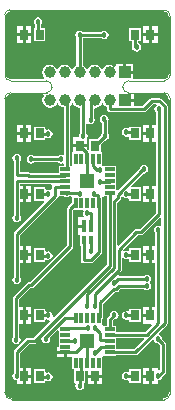
<source format=gbl>
G04 Layer_Physical_Order=2*
G04 Layer_Color=16711680*
%FSLAX24Y24*%
%MOIN*%
G70*
G01*
G75*
%ADD13C,0.0100*%
%ADD14C,0.0039*%
%ADD15C,0.0394*%
%ADD16R,0.0394X0.0394*%
%ADD17C,0.0180*%
%ADD18R,0.0500X0.0500*%
%ADD19R,0.0120X0.0340*%
%ADD20R,0.0340X0.0120*%
%ADD21R,0.0276X0.0354*%
%ADD22R,0.0150X0.0402*%
%ADD23R,0.0150X0.0299*%
G36*
X5268Y12975D02*
X5273Y12958D01*
X5276Y12956D01*
X5277Y12954D01*
X5294Y12947D01*
X5310Y12938D01*
X5340Y12935D01*
X5394Y12913D01*
X5433Y12874D01*
X5455Y12820D01*
X5458Y12790D01*
X5467Y12774D01*
X5474Y12757D01*
X5476Y12756D01*
X5477Y12753D01*
X5495Y12748D01*
X5512Y12741D01*
Y10881D01*
X5495Y10874D01*
X5477Y10869D01*
X5476Y10866D01*
X5474Y10865D01*
X5467Y10848D01*
X5458Y10832D01*
X5455Y10802D01*
X5433Y10748D01*
X5394Y10709D01*
X5340Y10687D01*
X5312Y10684D01*
X4289D01*
Y10856D01*
X3992D01*
Y10906D01*
X3942D01*
Y11202D01*
X3695D01*
Y11127D01*
X3645Y11100D01*
X3588Y11138D01*
X3492Y11157D01*
X3396Y11138D01*
X3314Y11083D01*
X3270Y11017D01*
X3266Y11016D01*
X3218D01*
X3214Y11017D01*
X3170Y11083D01*
X3088Y11138D01*
X2992Y11157D01*
X2896Y11138D01*
X2814Y11083D01*
X2770Y11017D01*
X2766Y11016D01*
X2718D01*
X2714Y11017D01*
X2670Y11083D01*
X2594Y11134D01*
Y12063D01*
X3218D01*
X3262Y12033D01*
X3317Y12023D01*
X3372Y12033D01*
X3418Y12064D01*
X3449Y12111D01*
X3460Y12165D01*
X3449Y12220D01*
X3418Y12266D01*
X3372Y12297D01*
X3317Y12308D01*
X3262Y12297D01*
X3218Y12267D01*
X2592D01*
X2547Y12297D01*
X2492Y12308D01*
X2438Y12297D01*
X2391Y12266D01*
X2360Y12220D01*
X2349Y12165D01*
X2360Y12111D01*
X2390Y12066D01*
Y11134D01*
X2314Y11083D01*
X2270Y11017D01*
X2266Y11016D01*
X2218D01*
X2214Y11017D01*
X2170Y11083D01*
X2088Y11138D01*
X1992Y11157D01*
X1896Y11138D01*
X1814Y11083D01*
X1770Y11017D01*
X1766Y11016D01*
X1718D01*
X1714Y11017D01*
X1670Y11083D01*
X1588Y11138D01*
X1492Y11157D01*
X1396Y11138D01*
X1314Y11083D01*
X1260Y11002D01*
X1240Y10906D01*
X1260Y10809D01*
X1310Y10734D01*
X1296Y10684D01*
X200D01*
X172Y10687D01*
X118Y10709D01*
X79Y10748D01*
X57Y10802D01*
X54Y10832D01*
X45Y10848D01*
X38Y10865D01*
X36Y10866D01*
X34Y10869D01*
X17Y10874D01*
X0Y10881D01*
Y12781D01*
X17Y12788D01*
X34Y12793D01*
X36Y12795D01*
X38Y12796D01*
X45Y12813D01*
X54Y12829D01*
X56Y12852D01*
X72Y12891D01*
X101Y12920D01*
X140Y12936D01*
X163Y12938D01*
X179Y12947D01*
X196Y12954D01*
X197Y12956D01*
X199Y12958D01*
X205Y12975D01*
X212Y12992D01*
X5261D01*
X5268Y12975D01*
D02*
G37*
G36*
X4651Y2020D02*
X4311Y1680D01*
X3716D01*
Y2066D01*
X4632D01*
X4651Y2020D01*
D02*
G37*
G36*
X5340Y10179D02*
X5394Y10157D01*
X5433Y10118D01*
X5455Y10064D01*
X5458Y10034D01*
X5467Y10018D01*
X5474Y10001D01*
X5476Y10000D01*
X5477Y9998D01*
X5495Y9992D01*
X5512Y9985D01*
Y251D01*
X5495Y244D01*
X5477Y239D01*
X5476Y236D01*
X5474Y235D01*
X5467Y218D01*
X5458Y202D01*
X5455Y172D01*
X5433Y118D01*
X5394Y79D01*
X5340Y57D01*
X5310Y54D01*
X5294Y45D01*
X5277Y38D01*
X5276Y36D01*
X5273Y34D01*
X5268Y17D01*
X5261Y0D01*
X251D01*
X244Y17D01*
X239Y34D01*
X236Y36D01*
X235Y38D01*
X218Y45D01*
X202Y54D01*
X172Y57D01*
X118Y79D01*
X79Y118D01*
X57Y172D01*
X54Y202D01*
X45Y218D01*
X38Y235D01*
X36Y236D01*
X34Y239D01*
X17Y244D01*
X0Y251D01*
Y9985D01*
X17Y9992D01*
X34Y9998D01*
X36Y10000D01*
X38Y10001D01*
X45Y10018D01*
X54Y10034D01*
X57Y10064D01*
X79Y10118D01*
X118Y10157D01*
X172Y10179D01*
X200Y10182D01*
X1283D01*
X1309Y10132D01*
X1273Y10078D01*
X1254Y9982D01*
X1273Y9886D01*
X1328Y9804D01*
X1410Y9749D01*
X1506Y9730D01*
X1602Y9749D01*
X1684Y9804D01*
X1728Y9870D01*
X1732Y9872D01*
X1780D01*
X1784Y9870D01*
X1828Y9804D01*
X1910Y9749D01*
X1968Y9738D01*
Y8167D01*
X1940Y8152D01*
X1918Y8145D01*
X1870Y8155D01*
X1815Y8144D01*
X1771Y8114D01*
X975D01*
X931Y8144D01*
X876Y8155D01*
X821Y8144D01*
X775Y8113D01*
X744Y8066D01*
X733Y8012D01*
X744Y7957D01*
X775Y7911D01*
X821Y7880D01*
X876Y7869D01*
X931Y7880D01*
X975Y7910D01*
X1771D01*
X1815Y7880D01*
X1870Y7869D01*
X1918Y7879D01*
X1940Y7872D01*
X1968Y7857D01*
Y7783D01*
X1796D01*
Y7569D01*
X833D01*
X820Y7578D01*
X781Y7585D01*
X496D01*
Y7952D01*
X526Y7997D01*
X536Y8051D01*
X526Y8106D01*
X495Y8152D01*
X448Y8183D01*
X394Y8194D01*
X339Y8183D01*
X293Y8152D01*
X262Y8106D01*
X251Y8051D01*
X262Y7997D01*
X292Y7952D01*
Y7483D01*
X300Y7444D01*
X322Y7411D01*
X322Y7356D01*
X300Y7322D01*
X292Y7283D01*
Y6153D01*
X262Y6108D01*
X251Y6053D01*
X262Y5999D01*
X293Y5953D01*
X339Y5922D01*
X394Y5911D01*
X448Y5922D01*
X495Y5953D01*
X526Y5999D01*
X536Y6053D01*
X526Y6108D01*
X496Y6153D01*
Y6575D01*
X600D01*
Y6852D01*
Y7129D01*
X496D01*
Y7182D01*
X1550D01*
X1577Y7132D01*
X1571Y7122D01*
X1563Y7083D01*
Y7008D01*
X1513Y6982D01*
X1511Y6983D01*
X1457Y6993D01*
X1402Y6983D01*
X1399Y6981D01*
X1349Y7007D01*
Y7079D01*
X974D01*
Y6625D01*
X1292D01*
X1313Y6575D01*
X322Y5584D01*
X300Y5551D01*
X292Y5512D01*
Y4095D01*
X262Y4051D01*
X251Y3996D01*
X262Y3941D01*
X293Y3895D01*
X339Y3864D01*
X394Y3853D01*
X448Y3864D01*
X495Y3895D01*
X526Y3941D01*
X536Y3996D01*
X526Y4051D01*
X496Y4095D01*
Y4553D01*
X600D01*
Y4830D01*
Y5108D01*
X496D01*
Y5470D01*
X1737Y6711D01*
X1759Y6744D01*
X1760Y6749D01*
X1796Y6783D01*
X1982D01*
X1987Y6778D01*
X2020Y6756D01*
X2059Y6748D01*
X2098Y6756D01*
X2131Y6778D01*
X2135Y6783D01*
X2214D01*
X2242Y6770D01*
X2256Y6742D01*
Y6578D01*
X2113Y6435D01*
X2091Y6402D01*
X2083Y6363D01*
Y5150D01*
X847Y3914D01*
X807D01*
X768Y3906D01*
X735Y3884D01*
X312Y3461D01*
X290Y3428D01*
X282Y3389D01*
Y2097D01*
X252Y2053D01*
X241Y1998D01*
X252Y1943D01*
X283Y1897D01*
X329Y1866D01*
X384Y1855D01*
X438Y1866D01*
X485Y1897D01*
X516Y1943D01*
X527Y1998D01*
X516Y2053D01*
X486Y2097D01*
Y2532D01*
X600D01*
Y2809D01*
Y3086D01*
X486D01*
Y3347D01*
X849Y3710D01*
X889D01*
X928Y3718D01*
X961Y3740D01*
X2257Y5036D01*
X2279Y5069D01*
X2287Y5108D01*
Y6320D01*
X2290Y6323D01*
X2603D01*
X2630Y6273D01*
X2624Y6265D01*
X2613Y6211D01*
X2624Y6156D01*
X2644Y6126D01*
X2622Y6076D01*
X2622Y6076D01*
X2455D01*
Y5826D01*
X2630D01*
Y5726D01*
X2455D01*
Y5475D01*
X2505D01*
Y5127D01*
X2528D01*
Y4657D01*
X2536Y4618D01*
X2558Y4585D01*
X2591Y4563D01*
X2630Y4556D01*
X2866D01*
X2905Y4563D01*
X2938Y4585D01*
X3218Y4865D01*
X3240Y4898D01*
X3248Y4937D01*
Y6323D01*
X3256D01*
Y6742D01*
X3269Y6770D01*
X3298Y6783D01*
X3394D01*
Y4503D01*
X1639Y2748D01*
X1593Y2772D01*
X1600Y2805D01*
X1589Y2860D01*
X1558Y2906D01*
X1511Y2937D01*
X1457Y2948D01*
X1402Y2937D01*
X1399Y2935D01*
X1349Y2962D01*
Y3036D01*
X974D01*
Y2582D01*
X1349D01*
Y2649D01*
X1399Y2675D01*
X1402Y2673D01*
X1457Y2663D01*
X1490Y2669D01*
X1514Y2623D01*
X962Y2070D01*
X778D01*
X739Y2063D01*
X705Y2041D01*
X322Y1657D01*
X300Y1624D01*
X292Y1585D01*
Y887D01*
X262Y842D01*
X251Y787D01*
X262Y733D01*
X293Y686D01*
X339Y656D01*
X394Y645D01*
X412Y630D01*
Y510D01*
X600D01*
Y787D01*
Y1065D01*
X496D01*
Y1542D01*
X820Y1867D01*
X1004D01*
X1043Y1874D01*
X1076Y1896D01*
X1186Y2007D01*
X1241Y1990D01*
X1246Y1963D01*
X1277Y1917D01*
X1323Y1886D01*
X1378Y1875D01*
X1433Y1886D01*
X1479Y1917D01*
X1510Y1963D01*
X1521Y2018D01*
X1510Y2072D01*
X1507Y2076D01*
X1750Y2319D01*
X1796Y2300D01*
Y1738D01*
X1746D01*
Y1628D01*
X2016D01*
Y1578D01*
X2066D01*
Y1418D01*
X2256D01*
Y1008D01*
X2312D01*
Y560D01*
X2343D01*
X2370Y510D01*
X2368Y507D01*
X2357Y453D01*
X2368Y398D01*
X2399Y352D01*
X2445Y321D01*
X2500Y310D01*
X2555Y321D01*
X2601Y352D01*
X2632Y398D01*
X2643Y453D01*
X2632Y507D01*
X2630Y510D01*
X2657Y560D01*
X2688D01*
Y958D01*
X2774D01*
Y837D01*
X3250D01*
Y1008D01*
X3256D01*
Y1426D01*
X3269Y1454D01*
X3298Y1468D01*
X3716D01*
Y1476D01*
X4353D01*
X4392Y1484D01*
X4425Y1506D01*
X4919Y1999D01*
X4973Y1982D01*
X4977Y1963D01*
X5008Y1917D01*
X5054Y1886D01*
X5107Y1875D01*
X5164Y1818D01*
Y1002D01*
X5143Y987D01*
X5093Y1012D01*
Y1065D01*
X4906D01*
Y787D01*
Y510D01*
X5093D01*
Y624D01*
X5118Y645D01*
X5173Y656D01*
X5219Y686D01*
X5250Y733D01*
X5260Y786D01*
X5338Y863D01*
X5360Y896D01*
X5368Y935D01*
Y1861D01*
X5360Y1900D01*
X5338Y1933D01*
X5251Y2020D01*
X5240Y2072D01*
X5209Y2119D01*
X5163Y2150D01*
X5144Y2154D01*
X5128Y2208D01*
X5397Y2477D01*
X5419Y2510D01*
X5427Y2549D01*
Y9783D01*
X5419Y9822D01*
X5397Y9856D01*
X5220Y10033D01*
X5187Y10055D01*
X5148Y10063D01*
X4902D01*
X4863Y10055D01*
X4829Y10033D01*
X4584Y9787D01*
X4303D01*
Y9932D01*
X4006D01*
Y10032D01*
X4303D01*
Y10182D01*
X5312D01*
X5340Y10179D01*
D02*
G37*
G36*
X3284Y9870D02*
X3328Y9804D01*
X3404Y9753D01*
Y9685D01*
X3412Y9646D01*
X3434Y9613D01*
X3467Y9591D01*
X3506Y9583D01*
X4626D01*
X4665Y9591D01*
X4698Y9613D01*
X4944Y9859D01*
X5046D01*
X5061Y9809D01*
X5027Y9786D01*
X4996Y9740D01*
X4985Y9685D01*
X4996Y9630D01*
X5026Y9586D01*
Y9151D01*
X4906D01*
Y8874D01*
Y8596D01*
X5026D01*
Y7129D01*
X4906D01*
Y6852D01*
Y6575D01*
X5026D01*
Y6217D01*
X4492Y5683D01*
X4390D01*
X4351Y5675D01*
X4318Y5653D01*
X3794Y5129D01*
X3748Y5148D01*
Y6571D01*
X3838Y6661D01*
X3860Y6694D01*
X3868Y6733D01*
Y6747D01*
X3889Y6764D01*
X3952Y6753D01*
X3954Y6750D01*
X4001Y6719D01*
X4055Y6708D01*
X4106Y6718D01*
X4118Y6717D01*
X4156Y6697D01*
Y6625D01*
X4532D01*
Y7079D01*
X4225D01*
X4205Y7125D01*
X4616Y7536D01*
X4634Y7533D01*
X4689Y7544D01*
X4735Y7575D01*
X4766Y7621D01*
X4777Y7676D01*
X4766Y7730D01*
X4735Y7776D01*
X4689Y7807D01*
X4634Y7818D01*
X4580Y7807D01*
X4533Y7776D01*
X4502Y7730D01*
X4497Y7706D01*
X3766Y6974D01*
X3716Y6995D01*
Y7373D01*
Y7783D01*
X3298D01*
X3269Y7797D01*
X3256Y7825D01*
Y8243D01*
X3200D01*
Y8507D01*
X3329Y8636D01*
X3381Y8647D01*
X3428Y8678D01*
X3459Y8724D01*
X3470Y8779D01*
X3459Y8833D01*
X3429Y8878D01*
Y9256D01*
X3449Y9286D01*
X3460Y9341D01*
X3449Y9395D01*
X3418Y9441D01*
X3372Y9472D01*
X3317Y9483D01*
X3262Y9472D01*
X3216Y9441D01*
X3185Y9395D01*
X3174Y9341D01*
X3185Y9286D01*
X3216Y9240D01*
X3225Y9234D01*
Y8878D01*
X3195Y8833D01*
X3184Y8781D01*
X3095Y8691D01*
X2824D01*
Y8355D01*
X2774Y8334D01*
X2738Y8370D01*
Y8414D01*
X2500D01*
X2262D01*
Y8243D01*
X2256D01*
Y7825D01*
X2242Y7797D01*
X2222Y7787D01*
X2172Y7806D01*
Y9796D01*
X2184Y9804D01*
X2228Y9870D01*
X2232Y9872D01*
X2280D01*
X2284Y9870D01*
X2328Y9804D01*
X2410Y9749D01*
X2506Y9730D01*
X2516Y9722D01*
Y8889D01*
X2486Y8844D01*
X2475Y8789D01*
X2477Y8780D01*
X2446Y8741D01*
X2262D01*
Y8514D01*
X2500D01*
X2738D01*
Y8717D01*
X2750Y8735D01*
X2761Y8789D01*
X2750Y8844D01*
X2720Y8889D01*
Y9190D01*
X2730Y9197D01*
X2770Y9212D01*
X2805Y9189D01*
X2859Y9178D01*
X2914Y9189D01*
X2960Y9220D01*
X2991Y9266D01*
X3002Y9321D01*
X2991Y9375D01*
X2961Y9420D01*
Y9700D01*
X3000Y9731D01*
X3006Y9730D01*
X3102Y9749D01*
X3184Y9804D01*
X3228Y9870D01*
X3232Y9872D01*
X3280D01*
X3284Y9870D01*
D02*
G37*
G36*
X5223Y6055D02*
Y5828D01*
X5173Y5801D01*
X5173Y5801D01*
X5118Y5812D01*
X5063Y5801D01*
X5017Y5770D01*
X4986Y5724D01*
X4975Y5669D01*
X4986Y5615D01*
X5016Y5570D01*
Y5108D01*
X4906D01*
Y4830D01*
Y4553D01*
X5016D01*
Y3083D01*
X4906D01*
Y2806D01*
X4856D01*
Y2756D01*
X4618D01*
Y2529D01*
X4878D01*
X4897Y2483D01*
X4685Y2270D01*
X3716D01*
Y2468D01*
X3598D01*
Y2617D01*
X3653Y2673D01*
X3706Y2683D01*
X3753Y2714D01*
X3783Y2760D01*
X3794Y2815D01*
X3783Y2870D01*
X3753Y2916D01*
X3706Y2947D01*
X3652Y2958D01*
X3597Y2947D01*
X3551Y2916D01*
X3520Y2870D01*
X3509Y2817D01*
X3424Y2731D01*
X3402Y2698D01*
X3394Y2659D01*
Y2468D01*
X3298D01*
X3269Y2481D01*
X3256Y2509D01*
Y2687D01*
X3276Y2717D01*
X3284Y2756D01*
Y3199D01*
X3681Y3596D01*
X3720D01*
X3759Y3604D01*
X3793Y3626D01*
X3854Y3688D01*
X4635D01*
X4680Y3658D01*
X4734Y3647D01*
X4789Y3658D01*
X4835Y3689D01*
X4866Y3735D01*
X4877Y3790D01*
X4866Y3844D01*
X4850Y3869D01*
X4839Y3905D01*
X4850Y3941D01*
X4866Y3966D01*
X4877Y4021D01*
X4866Y4075D01*
X4835Y4122D01*
X4789Y4153D01*
X4734Y4163D01*
X4680Y4153D01*
X4635Y4123D01*
X3797D01*
X3777Y4173D01*
X3868Y4264D01*
X3890Y4297D01*
X3898Y4336D01*
Y4727D01*
X3948Y4742D01*
X3954Y4732D01*
X4001Y4701D01*
X4055Y4690D01*
X4106Y4700D01*
X4112Y4700D01*
X4156Y4672D01*
Y4603D01*
X4532D01*
Y5058D01*
X4156D01*
Y4994D01*
X4112Y4966D01*
X4106Y4966D01*
X4055Y4976D01*
X4001Y4965D01*
X3965Y4941D01*
X3933Y4980D01*
X4432Y5479D01*
X4534D01*
X4573Y5487D01*
X4606Y5509D01*
X5173Y6075D01*
X5223Y6055D01*
D02*
G37*
%LPC*%
G36*
X4806Y12115D02*
X4618D01*
Y11888D01*
X4806D01*
Y12115D01*
D02*
G37*
G36*
X5093D02*
X4906D01*
Y11888D01*
X5093D01*
Y12115D01*
D02*
G37*
G36*
X887Y12115D02*
X700D01*
Y11888D01*
X887D01*
Y12115D01*
D02*
G37*
G36*
X4532Y12392D02*
X4156D01*
Y11938D01*
X4242D01*
Y11743D01*
X4250Y11704D01*
X4272Y11671D01*
X4286Y11661D01*
X4299Y11642D01*
X4345Y11611D01*
X4400Y11600D01*
X4454Y11611D01*
X4501Y11642D01*
X4532Y11688D01*
X4543Y11743D01*
X4532Y11797D01*
X4501Y11844D01*
X4454Y11875D01*
X4446Y11876D01*
Y11938D01*
X4532D01*
Y12392D01*
D02*
G37*
G36*
X600Y12115D02*
X412D01*
Y11888D01*
X600D01*
Y12115D01*
D02*
G37*
G36*
X4806Y12442D02*
X4618D01*
Y12215D01*
X4806D01*
Y12442D01*
D02*
G37*
G36*
X5093D02*
X4906D01*
Y12215D01*
X5093D01*
Y12442D01*
D02*
G37*
G36*
X887Y12442D02*
X700D01*
Y12215D01*
X887D01*
Y12442D01*
D02*
G37*
G36*
X1112Y12742D02*
X1058Y12731D01*
X1011Y12700D01*
X980Y12654D01*
X970Y12599D01*
X980Y12544D01*
X1010Y12500D01*
Y12392D01*
X974D01*
Y11938D01*
X1349D01*
Y12392D01*
X1214D01*
Y12500D01*
X1244Y12544D01*
X1255Y12599D01*
X1244Y12654D01*
X1213Y12700D01*
X1167Y12731D01*
X1112Y12742D01*
D02*
G37*
G36*
X600Y12442D02*
X412D01*
Y12215D01*
X600D01*
Y12442D01*
D02*
G37*
G36*
X4289Y11202D02*
X4042D01*
Y10956D01*
X4289D01*
Y11202D01*
D02*
G37*
G36*
X887Y4780D02*
X700D01*
Y4553D01*
X887D01*
Y4780D01*
D02*
G37*
G36*
Y3086D02*
X700D01*
Y2859D01*
X887D01*
Y3086D01*
D02*
G37*
G36*
Y6802D02*
X700D01*
Y6575D01*
X887D01*
Y6802D01*
D02*
G37*
G36*
Y5108D02*
X700D01*
Y4880D01*
X887D01*
Y5108D01*
D02*
G37*
G36*
X1349Y5058D02*
X974D01*
Y4603D01*
X1349D01*
Y4647D01*
X1399Y4673D01*
X1402Y4672D01*
X1457Y4661D01*
X1511Y4672D01*
X1558Y4702D01*
X1589Y4749D01*
X1600Y4803D01*
X1589Y4858D01*
X1558Y4904D01*
X1511Y4935D01*
X1457Y4946D01*
X1402Y4935D01*
X1399Y4933D01*
X1349Y4960D01*
Y5058D01*
D02*
G37*
G36*
X4806Y737D02*
X4618D01*
Y510D01*
X4806D01*
Y737D01*
D02*
G37*
G36*
X1349Y1015D02*
X974D01*
Y560D01*
X1349D01*
Y611D01*
X1399Y638D01*
X1402Y636D01*
X1457Y625D01*
X1511Y636D01*
X1558Y667D01*
X1589Y713D01*
X1600Y768D01*
X1589Y822D01*
X1558Y869D01*
X1511Y900D01*
X1457Y910D01*
X1402Y900D01*
X1399Y898D01*
X1349Y924D01*
Y1015D01*
D02*
G37*
G36*
X3250Y737D02*
X3062D01*
Y510D01*
X3250D01*
Y737D01*
D02*
G37*
G36*
X887D02*
X700D01*
Y510D01*
X887D01*
Y737D01*
D02*
G37*
G36*
X2962D02*
X2774D01*
Y510D01*
X2962D01*
Y737D01*
D02*
G37*
G36*
X1966Y1528D02*
X1746D01*
Y1418D01*
X1966D01*
Y1528D01*
D02*
G37*
G36*
X887Y2759D02*
X700D01*
Y2532D01*
X887D01*
Y2759D01*
D02*
G37*
G36*
X4532Y1015D02*
X4156D01*
Y949D01*
X4112Y921D01*
X4106Y920D01*
X4055Y930D01*
X4001Y919D01*
X3954Y888D01*
X3923Y842D01*
X3913Y787D01*
X3923Y733D01*
X3954Y686D01*
X4001Y656D01*
X4055Y645D01*
X4106Y655D01*
X4112Y654D01*
X4156Y626D01*
Y560D01*
X4532D01*
Y1015D01*
D02*
G37*
G36*
X4806Y1065D02*
X4618D01*
Y837D01*
X4806D01*
Y1065D01*
D02*
G37*
G36*
X887D02*
X700D01*
Y837D01*
X887D01*
Y1065D01*
D02*
G37*
G36*
Y8824D02*
X700D01*
Y8596D01*
X887D01*
Y8824D01*
D02*
G37*
G36*
X600D02*
X412D01*
Y8596D01*
X600D01*
Y8824D01*
D02*
G37*
G36*
X887Y7129D02*
X700D01*
Y6902D01*
X887D01*
Y7129D01*
D02*
G37*
G36*
Y9151D02*
X700D01*
Y8924D01*
X887D01*
Y9151D01*
D02*
G37*
G36*
X1349Y9101D02*
X974D01*
Y8646D01*
X1349D01*
Y8712D01*
X1399Y8739D01*
X1402Y8737D01*
X1457Y8726D01*
X1511Y8737D01*
X1558Y8768D01*
X1589Y8814D01*
X1600Y8869D01*
X1589Y8923D01*
X1558Y8969D01*
X1511Y9000D01*
X1457Y9011D01*
X1402Y9000D01*
X1399Y8998D01*
X1349Y9025D01*
Y9101D01*
D02*
G37*
G36*
X600Y9151D02*
X412D01*
Y8924D01*
X600D01*
Y9151D01*
D02*
G37*
G36*
X4806Y6802D02*
X4618D01*
Y6575D01*
X4806D01*
Y6802D01*
D02*
G37*
G36*
Y8824D02*
X4618D01*
Y8596D01*
X4806D01*
Y8824D01*
D02*
G37*
G36*
Y7129D02*
X4618D01*
Y6902D01*
X4806D01*
Y7129D01*
D02*
G37*
G36*
X4532Y9101D02*
X4156D01*
Y9069D01*
X4112Y9041D01*
X4106Y9041D01*
X4055Y9051D01*
X4001Y9040D01*
X3954Y9009D01*
X3923Y8963D01*
X3913Y8908D01*
X3923Y8853D01*
X3954Y8807D01*
X4001Y8776D01*
X4055Y8765D01*
X4106Y8775D01*
X4112Y8775D01*
X4156Y8747D01*
Y8646D01*
X4532D01*
Y9101D01*
D02*
G37*
G36*
X4806Y9151D02*
X4618D01*
Y8924D01*
X4806D01*
Y9151D01*
D02*
G37*
G36*
X4532Y3033D02*
X4156D01*
Y2966D01*
X4112Y2938D01*
X4106Y2938D01*
X4055Y2948D01*
X4001Y2937D01*
X3954Y2906D01*
X3923Y2860D01*
X3913Y2805D01*
X3923Y2751D01*
X3954Y2704D01*
X4001Y2673D01*
X4055Y2663D01*
X4106Y2673D01*
X4112Y2672D01*
X4156Y2644D01*
Y2579D01*
X4532D01*
Y3033D01*
D02*
G37*
G36*
X4806Y5108D02*
X4618D01*
Y4880D01*
X4806D01*
Y5108D01*
D02*
G37*
G36*
Y4780D02*
X4618D01*
Y4553D01*
X4806D01*
Y4780D01*
D02*
G37*
G36*
X4806Y3083D02*
X4618D01*
Y2856D01*
X4806D01*
Y3083D01*
D02*
G37*
%LPD*%
D13*
X3317Y9341D02*
X3327Y9331D01*
Y8779D02*
Y9331D01*
X2077Y2358D02*
X2101Y2382D01*
X2766D01*
X2756Y2372D02*
X2766Y2382D01*
X394Y7483D02*
Y8051D01*
X3012Y8464D02*
X3327Y8779D01*
X2866Y4657D02*
X3146Y4937D01*
X2630Y4657D02*
X2866D01*
X2630D02*
Y5327D01*
X4353Y1578D02*
X5325Y2549D01*
X5118Y2559D02*
Y5669D01*
X4727Y2168D02*
X5118Y2559D01*
X3496Y2168D02*
X4727D01*
X5325Y2549D02*
Y9783D01*
X3182Y3241D02*
X3639Y3698D01*
X3720D01*
X3812Y3790D01*
X4734D01*
X3796Y4336D02*
Y4987D01*
X2070Y7728D02*
Y9917D01*
X2006Y9982D02*
X2070Y9917D01*
X2016Y7673D02*
X2070Y7728D01*
X2500Y8464D02*
X2756Y8208D01*
Y8023D02*
Y8208D01*
Y1228D02*
Y1968D01*
X2366Y1578D02*
X2756Y1968D01*
X2016Y1578D02*
X2366D01*
X3146Y4937D02*
Y6543D01*
X2185Y6363D02*
X2366Y6543D01*
X2185Y5108D02*
Y6363D01*
X5148Y9961D02*
X5325Y9783D01*
X4902Y9961D02*
X5148D01*
X3496Y1578D02*
X4353D01*
X4626Y9685D02*
X4902Y9961D01*
X3506Y9685D02*
X4626D01*
X3506D02*
Y9982D01*
X3496Y2358D02*
Y2659D01*
X3652Y2815D01*
X1994Y2708D02*
X2366D01*
X1378Y2091D02*
X1994Y2708D01*
X1378Y2018D02*
Y2091D01*
X2756Y3130D02*
Y3508D01*
X2992Y3140D02*
Y3533D01*
X3182Y2756D02*
Y3241D01*
X2882Y4963D02*
X2884Y4961D01*
X2882Y4963D02*
Y5327D01*
X2016Y6893D02*
X2059Y6850D01*
X2506Y9982D02*
X2618Y9870D01*
X3466Y7254D02*
X3496Y7283D01*
X3159Y7254D02*
X3466D01*
X1161Y4803D02*
X1457D01*
X2343Y1968D02*
X2352Y1959D01*
X2016Y1968D02*
X2343D01*
X3215Y1768D02*
X3496D01*
X2992Y1545D02*
X3215Y1768D01*
X3447Y1978D02*
X3477Y1949D01*
X3169Y1978D02*
X3447D01*
X3169D02*
Y2234D01*
X3012Y2392D02*
X3169Y2234D01*
X3140Y2714D02*
X3182Y2756D01*
X2992Y3533D02*
X3796Y4336D01*
X2756Y3508D02*
X3646Y4398D01*
X3477Y1949D02*
X3496Y1968D01*
X3140Y2714D02*
X3146Y2708D01*
X4055Y787D02*
X4344D01*
X394Y3996D02*
Y5512D01*
X1665Y6783D01*
Y7083D01*
X2016D01*
X394Y6053D02*
Y7283D01*
X2016D01*
X4309Y8908D02*
X4344Y8874D01*
X4055Y8908D02*
X4309D01*
X4055Y2806D02*
X4344D01*
X4055Y2805D02*
Y2806D01*
X4344Y787D02*
Y787D01*
X4344Y4830D02*
Y4833D01*
X4055D02*
X4344D01*
X4055Y6852D02*
X4344D01*
X1161Y768D02*
Y787D01*
Y2805D02*
Y2809D01*
Y2805D02*
X1457D01*
X1161Y4803D02*
Y4830D01*
Y6851D02*
Y6852D01*
Y6851D02*
X1457D01*
X1161Y8869D02*
Y8874D01*
Y8869D02*
X1457D01*
X1112Y12165D02*
X1161D01*
X1112D02*
Y12599D01*
X4344Y11743D02*
Y12165D01*
Y11743D02*
X4400D01*
X2492Y10906D02*
Y12165D01*
X3317D01*
X4611Y7676D02*
X4634D01*
X3496Y4460D02*
Y6893D01*
X3646Y4398D02*
Y6613D01*
X3766Y6733D01*
X4055Y6851D02*
Y6852D01*
X3766Y6733D02*
Y6830D01*
X4611Y7676D01*
X3116Y6573D02*
X3146Y6543D01*
X3116Y6573D02*
Y6813D01*
X2016Y6893D02*
X2476D01*
X2501Y6868D01*
X3022Y6813D02*
X3116D01*
X2968Y6868D02*
X3022Y6813D01*
X2956Y7783D02*
Y8023D01*
X2556Y843D02*
Y1228D01*
X2500Y787D02*
X2556Y843D01*
X2500Y453D02*
Y787D01*
X2500Y453D02*
X2500Y453D01*
X2882Y5776D02*
Y6211D01*
X2756D02*
X2882D01*
X2956Y7783D02*
X3072Y7667D01*
X3179D01*
X2756Y7283D02*
Y8023D01*
X1161Y768D02*
X1457D01*
X394Y787D02*
Y1585D01*
X778Y1969D01*
X1004D01*
X3496Y4460D01*
X807Y3812D02*
X889D01*
X2185Y5108D01*
X384Y3389D02*
X807Y3812D01*
X384Y1998D02*
Y3389D01*
X394Y7483D02*
X781D01*
X797Y7467D01*
X2000D02*
X2016Y7483D01*
X797Y7467D02*
X2000D01*
X4534Y5581D02*
X5128Y6175D01*
X4390Y5581D02*
X4534D01*
X5128Y6175D02*
Y9685D01*
X3796Y4987D02*
X4390Y5581D01*
X3642Y3888D02*
X3775Y4021D01*
X4734D01*
X2618Y8789D02*
Y9870D01*
X2859Y9321D02*
Y9982D01*
X3006D01*
X5266Y935D02*
Y1861D01*
X5109Y2018D02*
X5266Y1861D01*
X5118Y787D02*
X5266Y935D01*
X915Y8012D02*
X1870D01*
D14*
X5315Y0D02*
G03*
X5512Y197I0J197D01*
G01*
Y10039D02*
G03*
X5315Y10236I-197J0D01*
G01*
X3937Y10413D02*
G03*
X4114Y10236I177J0D01*
G01*
X4134Y10630D02*
G03*
X3937Y10433I0J-197D01*
G01*
X5315Y10630D02*
G03*
X5512Y10827I0J197D01*
G01*
Y12795D02*
G03*
X5315Y12992I-197J0D01*
G01*
X157D02*
G03*
X0Y12835I0J-157D01*
G01*
Y10827D02*
G03*
X197Y10630I197J0D01*
G01*
X1575Y10433D02*
G03*
X1378Y10630I-197J0D01*
G01*
X1398Y10236D02*
G03*
X1575Y10413I0J177D01*
G01*
X197Y10236D02*
G03*
X0Y10039I0J-197D01*
G01*
Y251D02*
G03*
X251Y0I251J0D01*
G01*
X251D02*
X5315D01*
X5512Y197D02*
Y251D01*
Y10039D01*
X4114Y10236D02*
X5315D01*
X3937Y10413D02*
Y10433D01*
X4134Y10630D02*
X5315D01*
X5512Y10827D02*
Y12795D01*
X5261Y12992D02*
X5315D01*
X157D02*
X5261D01*
X0Y10827D02*
Y12835D01*
X197Y10630D02*
X1378D01*
X1575Y10413D02*
Y10433D01*
X197Y10236D02*
X1398D01*
X0Y9985D02*
Y10039D01*
Y251D02*
Y9985D01*
X251Y0D02*
X251D01*
D15*
X1506Y9982D02*
D03*
X2006D02*
D03*
X2506D02*
D03*
X3006D02*
D03*
X3506D02*
D03*
X3492Y10906D02*
D03*
X2992D02*
D03*
X2492D02*
D03*
X1992D02*
D03*
X1492D02*
D03*
D16*
X4006Y9982D02*
D03*
X3992Y10906D02*
D03*
D17*
X3317Y9341D02*
D03*
X2766Y2382D02*
D03*
X3012Y2392D02*
D03*
X1870Y8012D02*
D03*
X3327Y8779D02*
D03*
X4734Y3553D02*
D03*
Y3790D02*
D03*
X3642Y3888D02*
D03*
X2343Y9321D02*
D03*
X1791Y8868D02*
D03*
X4634Y7676D02*
D03*
X3652Y2815D02*
D03*
X1378Y2018D02*
D03*
X2756Y3130D02*
D03*
X2884Y4961D02*
D03*
X2618Y8789D02*
D03*
X3159Y7254D02*
D03*
X1457Y4803D02*
D03*
X2352Y1959D02*
D03*
X2992Y1545D02*
D03*
X2992Y3130D02*
D03*
X5128Y9685D02*
D03*
X5118Y5669D02*
D03*
X4055Y787D02*
D03*
X394Y787D02*
D03*
X384Y1998D02*
D03*
X394Y3996D02*
D03*
X394Y6053D02*
D03*
X394Y8051D02*
D03*
X4055Y8908D02*
D03*
Y2805D02*
D03*
Y4833D02*
D03*
X1457Y2805D02*
D03*
Y6851D02*
D03*
Y8869D02*
D03*
X1112Y12599D02*
D03*
X4400Y11743D02*
D03*
X2492Y12165D02*
D03*
X3317D02*
D03*
X4055Y6851D02*
D03*
X2501Y6868D02*
D03*
X2968D02*
D03*
X2500Y453D02*
D03*
X2756Y6211D02*
D03*
X3179Y7667D02*
D03*
X2461Y6211D02*
D03*
X1457Y768D02*
D03*
X886Y1585D02*
D03*
X886Y3622D02*
D03*
X886Y5620D02*
D03*
X876Y7657D02*
D03*
X886Y9665D02*
D03*
X4646Y8081D02*
D03*
X4626Y6053D02*
D03*
X4734Y4021D02*
D03*
X2859Y9321D02*
D03*
X5109Y2018D02*
D03*
X5118Y787D02*
D03*
X4879Y1644D02*
D03*
X4705Y11368D02*
D03*
X246Y12175D02*
D03*
X876Y8012D02*
D03*
D18*
X2756Y1968D02*
D03*
Y7283D02*
D03*
D19*
X3146Y2708D02*
D03*
X2956D02*
D03*
X2756D02*
D03*
X2556D02*
D03*
X2366D02*
D03*
Y1228D02*
D03*
X2556D02*
D03*
X2756D02*
D03*
X2956D02*
D03*
X3146D02*
D03*
X2366Y8023D02*
D03*
X2556D02*
D03*
X2756D02*
D03*
X2956D02*
D03*
X3146D02*
D03*
Y6543D02*
D03*
X2956D02*
D03*
X2756D02*
D03*
X2556D02*
D03*
X2366D02*
D03*
D20*
X2016Y2358D02*
D03*
Y2168D02*
D03*
Y1968D02*
D03*
Y1768D02*
D03*
Y1578D02*
D03*
X3496D02*
D03*
Y1768D02*
D03*
Y1968D02*
D03*
Y2168D02*
D03*
Y2358D02*
D03*
X2016Y6893D02*
D03*
Y7083D02*
D03*
Y7283D02*
D03*
Y7483D02*
D03*
Y7673D02*
D03*
X3496D02*
D03*
Y7483D02*
D03*
Y7283D02*
D03*
Y7083D02*
D03*
Y6893D02*
D03*
D21*
X4856Y6852D02*
D03*
X4344D02*
D03*
X4856Y8874D02*
D03*
X4344D02*
D03*
X4856Y4830D02*
D03*
X4344D02*
D03*
X2500Y8464D02*
D03*
X3012D02*
D03*
X4856Y787D02*
D03*
X4344D02*
D03*
X4856Y12165D02*
D03*
X4344D02*
D03*
X650Y8874D02*
D03*
X1161D02*
D03*
X650Y6852D02*
D03*
X1161D02*
D03*
X650Y4830D02*
D03*
X1161D02*
D03*
X650Y787D02*
D03*
X1161D02*
D03*
X3012D02*
D03*
X2500D02*
D03*
X650Y2809D02*
D03*
X1161D02*
D03*
X650Y12165D02*
D03*
X1161D02*
D03*
X4344Y2806D02*
D03*
X4856D02*
D03*
D22*
X2882Y5776D02*
D03*
X2630D02*
D03*
D23*
X2882Y5327D02*
D03*
X2630D02*
D03*
M02*

</source>
